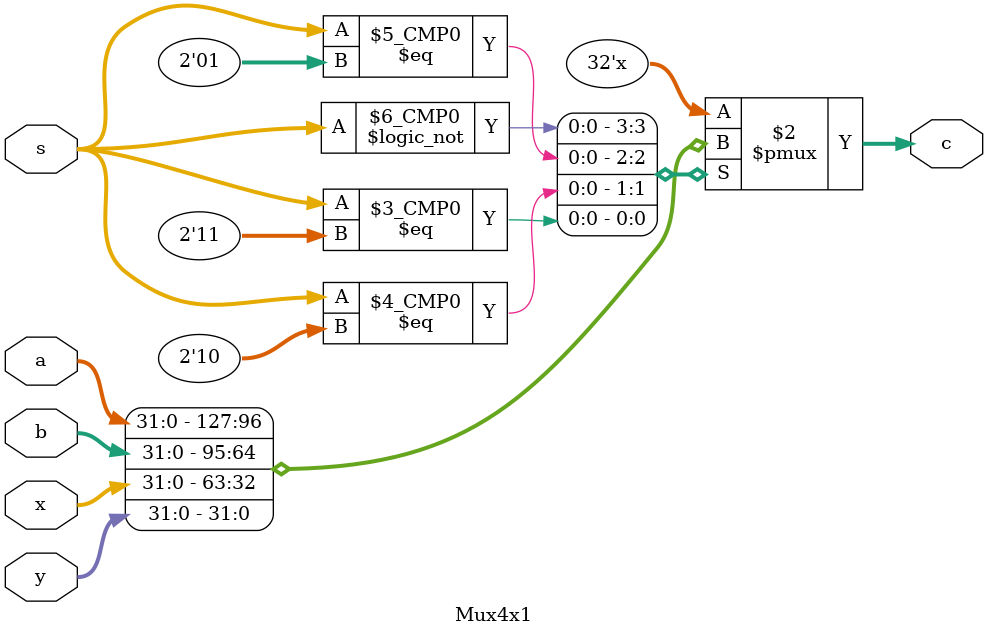
<source format=v>

`timescale 1ns / 1ps


module Mux4x1 #(parameter n=32)( input[n-1:0] a, b, x, y, input [1:0] s, output reg [n-1:0] c);

always @(*) begin
    case(s)
        2'b00: c = a;
        2'b01: c = b;   //Mem Hazard
        2'b10: c = x;   //Ex hazard
        2'b11: c = y;
    endcase
end

endmodule

</source>
